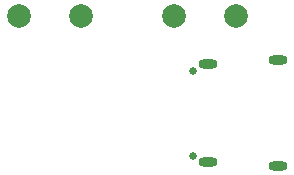
<source format=gbr>
G04 #@! TF.GenerationSoftware,KiCad,Pcbnew,7.0.7*
G04 #@! TF.CreationDate,2024-08-26T03:28:25+03:00*
G04 #@! TF.ProjectId,telemetry_box_01,74656c65-6d65-4747-9279-5f626f785f30,rev?*
G04 #@! TF.SameCoordinates,Original*
G04 #@! TF.FileFunction,Soldermask,Bot*
G04 #@! TF.FilePolarity,Negative*
%FSLAX46Y46*%
G04 Gerber Fmt 4.6, Leading zero omitted, Abs format (unit mm)*
G04 Created by KiCad (PCBNEW 7.0.7) date 2024-08-26 03:28:25*
%MOMM*%
%LPD*%
G01*
G04 APERTURE LIST*
%ADD10O,1.600000X0.800000*%
%ADD11C,0.650000*%
%ADD12C,0.675000*%
%ADD13C,2.000000*%
G04 APERTURE END LIST*
D10*
X165550000Y-75905000D03*
X165550000Y-66925000D03*
X159600000Y-67285000D03*
X159600000Y-75545000D03*
D11*
X158350000Y-67815000D03*
D12*
X158350000Y-75015000D03*
D13*
X148850000Y-63200000D03*
X143600000Y-63200000D03*
X156750000Y-63200000D03*
X162000000Y-63200000D03*
M02*

</source>
